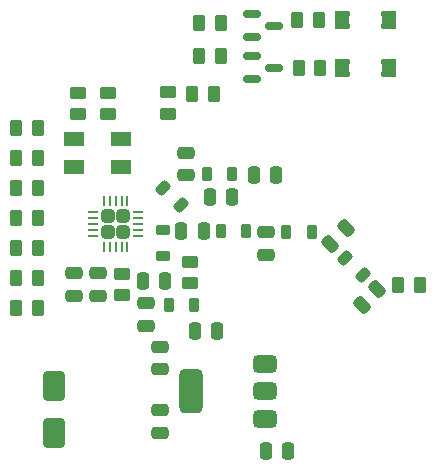
<source format=gbr>
%TF.GenerationSoftware,KiCad,Pcbnew,8.0.3+1*%
%TF.CreationDate,2024-07-15T18:43:40+00:00*%
%TF.ProjectId,ISM03,49534d30-332e-46b6-9963-61645f706362,rev?*%
%TF.SameCoordinates,Original*%
%TF.FileFunction,Paste,Bot*%
%TF.FilePolarity,Positive*%
%FSLAX46Y46*%
G04 Gerber Fmt 4.6, Leading zero omitted, Abs format (unit mm)*
G04 Created by KiCad (PCBNEW 8.0.3+1) date 2024-07-15 18:43:40*
%MOMM*%
%LPD*%
G01*
G04 APERTURE LIST*
G04 Aperture macros list*
%AMRoundRect*
0 Rectangle with rounded corners*
0 $1 Rounding radius*
0 $2 $3 $4 $5 $6 $7 $8 $9 X,Y pos of 4 corners*
0 Add a 4 corners polygon primitive as box body*
4,1,4,$2,$3,$4,$5,$6,$7,$8,$9,$2,$3,0*
0 Add four circle primitives for the rounded corners*
1,1,$1+$1,$2,$3*
1,1,$1+$1,$4,$5*
1,1,$1+$1,$6,$7*
1,1,$1+$1,$8,$9*
0 Add four rect primitives between the rounded corners*
20,1,$1+$1,$2,$3,$4,$5,0*
20,1,$1+$1,$4,$5,$6,$7,0*
20,1,$1+$1,$6,$7,$8,$9,0*
20,1,$1+$1,$8,$9,$2,$3,0*%
%AMFreePoly0*
4,1,27,0.405000,0.748540,0.473851,0.737775,0.540468,0.697134,0.586462,0.634092,0.604830,0.558249,0.592775,0.481149,0.592776,0.481149,0.558927,0.388685,0.517726,0.196112,0.503933,-0.000335,0.517820,-0.196775,0.559113,-0.389328,0.593006,-0.481776,0.593005,-0.481776,0.605097,-0.558870,0.586765,-0.634722,0.540802,-0.697786,0.474204,-0.738459,0.405000,-0.749313,0.405000,-0.750000,
0.400623,-0.750000,0.397110,-0.750551,0.394830,-0.750000,-0.645000,-0.750000,-0.645000,0.750000,0.405000,0.750000,0.405000,0.748540,0.405000,0.748540,$1*%
G04 Aperture macros list end*
%ADD10RoundRect,0.250000X-0.262500X-0.450000X0.262500X-0.450000X0.262500X0.450000X-0.262500X0.450000X0*%
%ADD11RoundRect,0.375000X0.625000X0.375000X-0.625000X0.375000X-0.625000X-0.375000X0.625000X-0.375000X0*%
%ADD12RoundRect,0.500000X0.500000X1.400000X-0.500000X1.400000X-0.500000X-1.400000X0.500000X-1.400000X0*%
%ADD13RoundRect,0.150000X-0.587500X-0.150000X0.587500X-0.150000X0.587500X0.150000X-0.587500X0.150000X0*%
%ADD14FreePoly0,0.000000*%
%ADD15FreePoly0,180.000000*%
%ADD16RoundRect,0.250000X-0.450000X0.262500X-0.450000X-0.262500X0.450000X-0.262500X0.450000X0.262500X0*%
%ADD17RoundRect,0.250000X-0.475000X0.250000X-0.475000X-0.250000X0.475000X-0.250000X0.475000X0.250000X0*%
%ADD18RoundRect,0.250000X0.475000X-0.250000X0.475000X0.250000X-0.475000X0.250000X-0.475000X-0.250000X0*%
%ADD19RoundRect,0.250000X-0.250000X-0.475000X0.250000X-0.475000X0.250000X0.475000X-0.250000X0.475000X0*%
%ADD20RoundRect,0.250000X-0.650000X1.000000X-0.650000X-1.000000X0.650000X-1.000000X0.650000X1.000000X0*%
%ADD21RoundRect,0.218750X0.381250X-0.218750X0.381250X0.218750X-0.381250X0.218750X-0.381250X-0.218750X0*%
%ADD22RoundRect,0.250000X0.450000X-0.262500X0.450000X0.262500X-0.450000X0.262500X-0.450000X-0.262500X0*%
%ADD23RoundRect,0.250000X0.262500X0.450000X-0.262500X0.450000X-0.262500X-0.450000X0.262500X-0.450000X0*%
%ADD24R,1.800000X1.200000*%
%ADD25RoundRect,0.250000X0.315000X0.315000X-0.315000X0.315000X-0.315000X-0.315000X0.315000X-0.315000X0*%
%ADD26RoundRect,0.062500X0.362500X0.062500X-0.362500X0.062500X-0.362500X-0.062500X0.362500X-0.062500X0*%
%ADD27RoundRect,0.062500X0.062500X0.362500X-0.062500X0.362500X-0.062500X-0.362500X0.062500X-0.362500X0*%
%ADD28RoundRect,0.218750X0.218750X0.381250X-0.218750X0.381250X-0.218750X-0.381250X0.218750X-0.381250X0*%
%ADD29RoundRect,0.218750X-0.424264X-0.114905X-0.114905X-0.424264X0.424264X0.114905X0.114905X0.424264X0*%
%ADD30RoundRect,0.250000X0.159099X-0.512652X0.512652X-0.159099X-0.159099X0.512652X-0.512652X0.159099X0*%
%ADD31RoundRect,0.250000X-0.159099X0.512652X-0.512652X0.159099X0.159099X-0.512652X0.512652X-0.159099X0*%
%ADD32RoundRect,0.218750X0.424264X0.114905X0.114905X0.424264X-0.424264X-0.114905X-0.114905X-0.424264X0*%
%ADD33RoundRect,0.218750X-0.218750X-0.381250X0.218750X-0.381250X0.218750X0.381250X-0.218750X0.381250X0*%
G04 APERTURE END LIST*
D10*
%TO.C,R15*%
X13819500Y24130000D03*
X15644500Y24130000D03*
%TD*%
%TO.C,R17*%
X13819500Y21590000D03*
X15644500Y21590000D03*
%TD*%
D11*
%TO.C,U1*%
X34900000Y14251299D03*
X34899999Y11951299D03*
D12*
X28600001Y11951299D03*
D11*
X34900000Y9651299D03*
%TD*%
D13*
%TO.C,Q1*%
X33760000Y41976000D03*
X33760000Y43876000D03*
X35635001Y42926000D03*
%TD*%
D14*
%TO.C,D3*%
X41452800Y39293800D03*
D15*
X45262800Y39293800D03*
%TD*%
D14*
%TO.C,D2*%
X41428500Y43384000D03*
D15*
X45238500Y43384000D03*
%TD*%
D16*
%TO.C,R19*%
X21590000Y37234500D03*
X21590000Y35409500D03*
%TD*%
D13*
%TO.C,Q2*%
X33760000Y38420000D03*
X33760000Y40320000D03*
X35635001Y39370000D03*
%TD*%
D17*
%TO.C,C1*%
X25933400Y10347999D03*
X25933400Y8448001D03*
%TD*%
D18*
%TO.C,C3*%
X25958800Y13807401D03*
X25958800Y15707399D03*
%TD*%
D19*
%TO.C,C5*%
X28920401Y17043400D03*
X30820399Y17043400D03*
%TD*%
D17*
%TO.C,C15*%
X20726400Y21955800D03*
X20726400Y20055800D03*
%TD*%
D20*
%TO.C,D1*%
X17018000Y12414001D03*
X17018000Y8413999D03*
%TD*%
D21*
%TO.C,L8*%
X26187400Y23448500D03*
X26187400Y25573500D03*
%TD*%
D22*
%TO.C,R1*%
X28524200Y21109300D03*
X28524200Y22934300D03*
%TD*%
D10*
%TO.C,R9*%
X13819500Y26670000D03*
X15644500Y26670000D03*
%TD*%
%TO.C,R10*%
X13819500Y31750000D03*
X15644500Y31750000D03*
%TD*%
D22*
%TO.C,R13*%
X22733000Y20093300D03*
X22733000Y21918300D03*
%TD*%
D10*
%TO.C,R16*%
X13819500Y19050000D03*
X15644500Y19050000D03*
%TD*%
D23*
%TO.C,R22*%
X39420000Y43384000D03*
X37595000Y43384000D03*
%TD*%
%TO.C,R23*%
X39545900Y39319200D03*
X37720900Y39319200D03*
%TD*%
D17*
%TO.C,C20*%
X24765000Y19390400D03*
X24765000Y17490400D03*
%TD*%
D19*
%TO.C,C17*%
X24526201Y21336000D03*
X26426199Y21336000D03*
%TD*%
%TO.C,C2*%
X34914801Y6883400D03*
X36814799Y6883400D03*
%TD*%
D16*
%TO.C,R18*%
X19050000Y37234500D03*
X19050000Y35409500D03*
%TD*%
D10*
%TO.C,R11*%
X13819500Y29210000D03*
X15644500Y29210000D03*
%TD*%
%TO.C,R12*%
X13819500Y34290000D03*
X15644500Y34290000D03*
%TD*%
D24*
%TO.C,Y2*%
X22675600Y30931000D03*
X18675600Y30931000D03*
X18675600Y33331000D03*
X22675600Y33331000D03*
%TD*%
D25*
%TO.C,U2*%
X22865047Y25462000D03*
X22865047Y26762000D03*
X21565047Y25462000D03*
X21565047Y26762000D03*
D26*
X24140047Y27112000D03*
X24140047Y26612000D03*
X24140047Y26112000D03*
X24140047Y25612000D03*
X24140047Y25112000D03*
D27*
X23215047Y24187000D03*
X22715047Y24187000D03*
X22215047Y24187000D03*
X21715047Y24187000D03*
X21215047Y24187000D03*
D26*
X20290047Y25112000D03*
X20290047Y25612000D03*
X20290047Y26112000D03*
X20290047Y26612000D03*
X20290047Y27112000D03*
D27*
X21215047Y28037000D03*
X21715047Y28037000D03*
X22215047Y28037000D03*
X22715047Y28037000D03*
X23215047Y28037000D03*
%TD*%
D28*
%TO.C,L7*%
X33269700Y25501600D03*
X31144700Y25501600D03*
%TD*%
%TO.C,L9*%
X32101300Y30327600D03*
X29976300Y30327600D03*
%TD*%
%TO.C,L5*%
X38806900Y25450800D03*
X36681900Y25450800D03*
%TD*%
D29*
%TO.C,L10*%
X26223499Y29199301D03*
X27726101Y27696699D03*
%TD*%
D30*
%TO.C,C7*%
X40374649Y24423449D03*
X41718151Y25766951D03*
%TD*%
D17*
%TO.C,C9*%
X34975800Y25435600D03*
X34975800Y23535600D03*
%TD*%
D18*
%TO.C,C13*%
X28194000Y30266601D03*
X28194000Y32166599D03*
%TD*%
D19*
%TO.C,C11*%
X27777401Y25501600D03*
X29677399Y25501600D03*
%TD*%
D31*
%TO.C,C4*%
X44385151Y20610751D03*
X43041649Y19267249D03*
%TD*%
D19*
%TO.C,C12*%
X30165000Y28397200D03*
X32065000Y28397200D03*
%TD*%
%TO.C,C6*%
X33898801Y30251400D03*
X35798799Y30251400D03*
%TD*%
D32*
%TO.C,L3*%
X43118501Y21778499D03*
X41615899Y23281101D03*
%TD*%
D23*
%TO.C,L1*%
X47978700Y20955000D03*
X46153700Y20955000D03*
%TD*%
D17*
%TO.C,C19*%
X18694400Y21955800D03*
X18694400Y20055800D03*
%TD*%
D16*
%TO.C,R4*%
X26670000Y37285300D03*
X26670000Y35460300D03*
%TD*%
D10*
%TO.C,R2*%
X29313500Y43180000D03*
X31138500Y43180000D03*
%TD*%
D23*
%TO.C,R5*%
X30503500Y37160200D03*
X28678500Y37160200D03*
%TD*%
D10*
%TO.C,R3*%
X29313500Y40386000D03*
X31138500Y40386000D03*
%TD*%
D33*
%TO.C,L11*%
X26725100Y19304000D03*
X28850100Y19304000D03*
%TD*%
M02*

</source>
